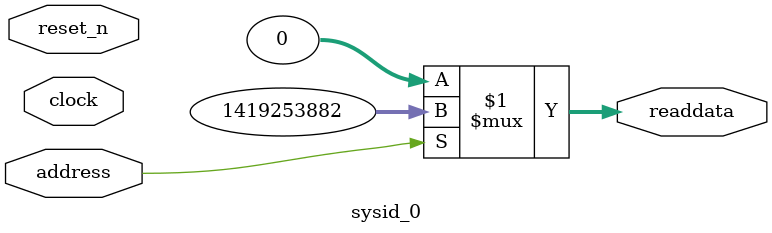
<source format=v>

`timescale 1ns / 1ps
// synthesis translate_on

// turn off superfluous verilog processor warnings 
// altera message_level Level1 
// altera message_off 10034 10035 10036 10037 10230 10240 10030 

module sysid_0 (
                 // inputs:
                  address,
                  clock,
                  reset_n,

                 // outputs:
                  readdata
               )
;

  output  [ 31: 0] readdata;
  input            address;
  input            clock;
  input            reset_n;

  wire    [ 31: 0] readdata;
  //control_slave, which is an e_avalon_slave
  assign readdata = address ? 1419253882 : 0;

endmodule


</source>
